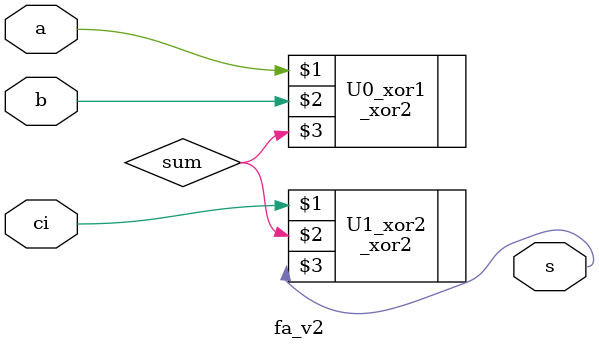
<source format=v>
module fa_v2(a,b,ci,s);//fa_v2
input a,b,ci;
output s;

wire sum;

_xor2 U0_xor1(a,b,sum);//_xor2 instantiation twice
_xor2 U1_xor2(ci,sum,s);

endmodule

</source>
